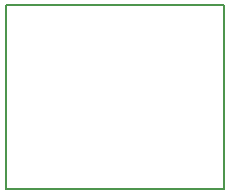
<source format=gm1>
G04 #@! TF.GenerationSoftware,KiCad,Pcbnew,5.0.2+dfsg1-1~bpo9+1*
G04 #@! TF.CreationDate,2020-08-26T14:23:20+01:00*
G04 #@! TF.ProjectId,ncp1402,6e637031-3430-4322-9e6b-696361645f70,rev?*
G04 #@! TF.SameCoordinates,Original*
G04 #@! TF.FileFunction,Profile,NP*
%FSLAX46Y46*%
G04 Gerber Fmt 4.6, Leading zero omitted, Abs format (unit mm)*
G04 Created by KiCad (PCBNEW 5.0.2+dfsg1-1~bpo9+1) date Wed 26 Aug 2020 14:23:20 IST*
%MOMM*%
%LPD*%
G01*
G04 APERTURE LIST*
%ADD10C,0.150000*%
G04 APERTURE END LIST*
D10*
X130302000Y-84328000D02*
X130302000Y-68707000D01*
X148717000Y-84328000D02*
X130302000Y-84328000D01*
X148717000Y-68707000D02*
X148717000Y-84328000D01*
X130302000Y-68707000D02*
X148717000Y-68707000D01*
M02*

</source>
